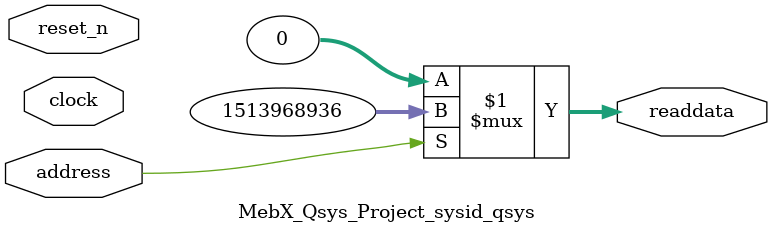
<source format=v>



// synthesis translate_off
`timescale 1ns / 1ps
// synthesis translate_on

// turn off superfluous verilog processor warnings 
// altera message_level Level1 
// altera message_off 10034 10035 10036 10037 10230 10240 10030 

module MebX_Qsys_Project_sysid_qsys (
               // inputs:
                address,
                clock,
                reset_n,

               // outputs:
                readdata
             )
;

  output  [ 31: 0] readdata;
  input            address;
  input            clock;
  input            reset_n;

  wire    [ 31: 0] readdata;
  //control_slave, which is an e_avalon_slave
  assign readdata = address ? 1513968936 : 0;

endmodule



</source>
